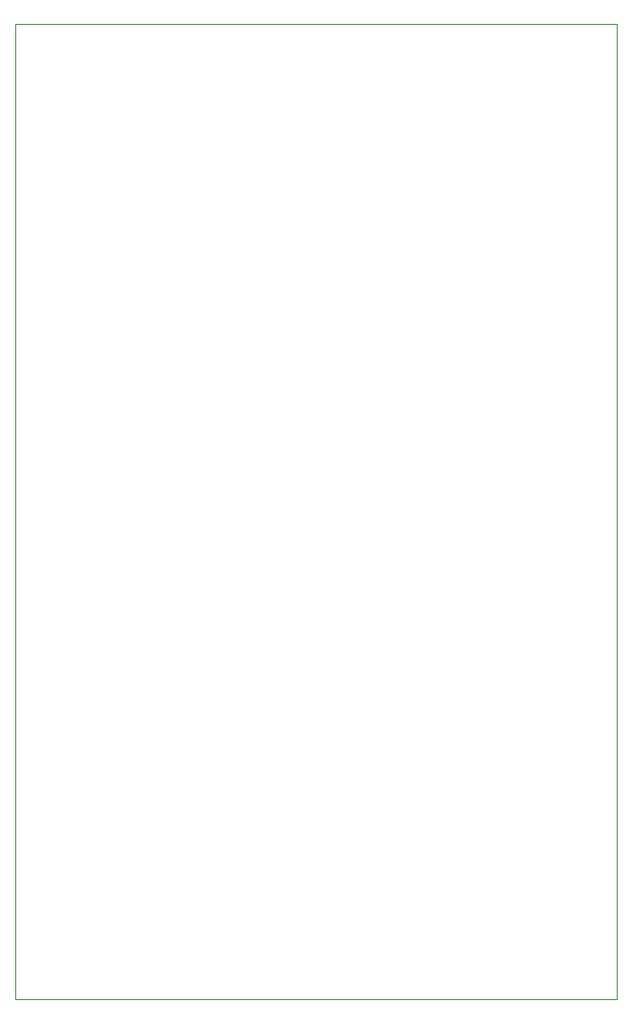
<source format=gm1>
G04 #@! TF.GenerationSoftware,KiCad,Pcbnew,(5.1.5-0)*
G04 #@! TF.CreationDate,2021-03-30T12:59:59-03:00*
G04 #@! TF.ProjectId,pwjsignal,70776a73-6967-46e6-916c-2e6b69636164,rev?*
G04 #@! TF.SameCoordinates,Original*
G04 #@! TF.FileFunction,Profile,NP*
%FSLAX46Y46*%
G04 Gerber Fmt 4.6, Leading zero omitted, Abs format (unit mm)*
G04 Created by KiCad (PCBNEW (5.1.5-0)) date 2021-03-30 12:59:59*
%MOMM*%
%LPD*%
G04 APERTURE LIST*
%ADD10C,0.050000*%
G04 APERTURE END LIST*
D10*
X180340000Y-127000000D02*
X127000000Y-127000000D01*
X180340000Y-40640000D02*
X180340000Y-127000000D01*
X127000000Y-40640000D02*
X180340000Y-40640000D01*
X127000000Y-127000000D02*
X127000000Y-40640000D01*
M02*

</source>
